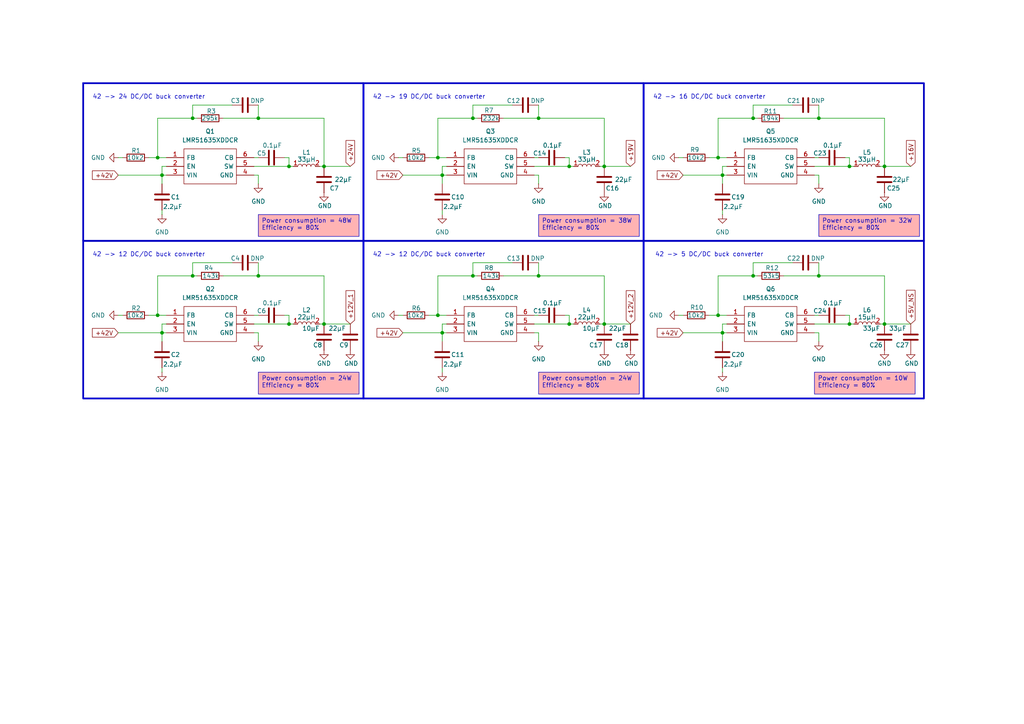
<source format=kicad_sch>
(kicad_sch (version 20231120) (generator "eeschema") (generator_version "8.0")
  (paper "A4")
  (title_block (title "Sheet Title A") (company "${COMPANY}"))
  (lib_symbols
    (symbol "Device:C" (pin_numbers hide) (pin_names (offset 0.254))
      (property "Reference" "C" (at 0.635 2.54 0))
      (property "Value" "C" (at 0.635 -2.54 0))
      (symbol "C_0_1"
        (polyline (pts (xy -2.032 -0.762) (xy 2.032 -0.762)) (stroke (width 0.508)))
        (polyline (pts (xy -2.032 0.762) (xy 2.032 0.762)) (stroke (width 0.508)))
      )
      (symbol "C_1_1"
        (pin passive line (at 0 3.81 270) (length 2.794) (name "~") (number "1"))
        (pin passive line (at 0 -3.81 90) (length 2.794) (name "~") (number "2"))
      )
    )
    (symbol "Device:R" (pin_numbers hide) (pin_names (offset 0))
      (property "Reference" "R" (at 2.032 0 90))
      (property "Value" "R" (at 0 0 90))
      (symbol "R_0_1"
        (rectangle (start -1.016 -2.54) (end 1.016 2.54) (stroke (width 0.254)))
      )
      (symbol "R_1_1"
        (pin passive line (at 0 3.81 270) (length 1.27) (name "~") (number "1"))
        (pin passive line (at 0 -3.81 90) (length 1.27) (name "~") (number "2"))
      )
    )
    (symbol "LMR51635XDDCR:LMR51635XDDCR" (pin_names (offset 0.762))
      (property "Reference" "Q" (at 21.59 7.62 0))
      (property "Value" "LMR51635XDDCR" (at 21.59 5.08 0))
      (symbol "LMR51635XDDCR_0_0"
        (pin passive line (at 0 0 0) (length 5.08) (name "FB") (number "1"))
        (pin passive line (at 0 -2.54 0) (length 5.08) (name "EN") (number "2"))
        (pin passive line (at 0 -5.08 0) (length 5.08) (name "VIN") (number "3"))
        (pin passive line (at 25.4 -5.08 180) (length 5.08) (name "GND") (number "4"))
        (pin passive line (at 25.4 -2.54 180) (length 5.08) (name "SW") (number "5"))
        (pin passive line (at 25.4 0 180) (length 5.08) (name "CB") (number "6"))
      )
      (symbol "LMR51635XDDCR_0_1"
        (polyline (pts (xy 5.08 2.54) (xy 20.32 2.54) (xy 20.32 -7.62) (xy 5.08 -7.62) (xy 5.08 2.54)) (stroke (width 0.1524)))
      )
    )
    (symbol "PA4343_153NLT:PA4343.153NLT" (pin_names hide)
      (property "Reference" "L" (at 0.508 6.096 0))
      (property "Value" "PA4343.153NLT" (at 0.508 3.556 0))
      (symbol "PA4343.153NLT_0_1"
        (arc (start 2.54 0) (mid 1.905 0.6323) (end 1.27 0))
        (arc (start 3.81 0) (mid 3.175 0.6323) (end 2.54 0))
        (arc (start 5.08 0) (mid 4.445 0.6323) (end 3.81 0))
        (arc (start 6.35 0) (mid 5.715 0.6323) (end 5.08 0))
      )
      (symbol "PA4343.153NLT_1_1"
        (pin passive line (at 0 0 0) (length 1.27) (name "1") (number "1"))
        (pin passive line (at 7.62 0 180) (length 1.27) (name "2") (number "2"))
      )
    )
    (symbol "power:GND" (power) (pin_numbers hide) (pin_names (offset 0) hide)
      (property "Value" "GND" (at 0 -3.81 0))
      (symbol "GND_0_1"
        (polyline (pts (xy 0 0) (xy 0 -1.27) (xy 1.27 -1.27) (xy 0 -2.54) (xy -1.27 -1.27) (xy 0 -1.27)))
      )
      (symbol "GND_1_1"
        (pin power_in line (at 0 0 270) (length 0) (name "~") (number "1"))
      )
    )
  )
  (junction (at 83.82 48.26))
  (junction (at 208.28 91.44))
  (junction (at 128.27 96.52))
  (junction (at 74.93 80.01))
  (junction (at 137.16 34.29))
  (junction (at 256.54 93.98))
  (junction (at 156.21 80.01))
  (junction (at 137.16 80.01))
  (junction (at 237.49 34.29))
  (junction (at 246.38 48.26))
  (junction (at 165.1 93.98))
  (junction (at 237.49 80.01))
  (junction (at 218.44 80.01))
  (junction (at 127 91.44))
  (junction (at 246.38 93.98))
  (junction (at 209.55 96.52))
  (junction (at 156.21 34.29))
  (junction (at 218.44 34.29))
  (junction (at 45.72 45.72))
  (junction (at 83.82 93.98))
  (junction (at 175.26 48.26))
  (junction (at 55.88 34.29))
  (junction (at 46.99 96.52))
  (junction (at 128.27 50.8))
  (junction (at 74.93 34.29))
  (junction (at 208.28 45.72))
  (junction (at 209.55 50.8))
  (junction (at 93.98 48.26))
  (junction (at 46.99 50.8))
  (junction (at 127 45.72))
  (junction (at 175.26 93.98))
  (junction (at 55.88 80.01))
  (junction (at 165.1 48.26))
  (junction (at 256.54 48.26))
  (junction (at 93.98 93.98))
  (junction (at 45.72 91.44))
  (wire (pts (xy 93.98 80.01) (xy 93.98 93.98)))
  (wire (pts (xy 218.44 76.2) (xy 218.44 80.01)))
  (wire (pts (xy 256.54 48.26) (xy 264.16 48.26)))
  (wire (pts (xy 196.85 45.72) (xy 198.12 45.72)))
  (wire (pts (xy 83.82 91.44) (xy 83.82 93.98)))
  (wire (pts (xy 45.72 34.29) (xy 45.72 45.72)))
  (wire (pts (xy 208.28 45.72) (xy 210.82 45.72)))
  (wire (pts (xy 67.31 76.2) (xy 55.88 76.2)))
  (wire (pts (xy 128.27 48.26) (xy 129.54 48.26)))
  (wire (pts (xy 93.98 93.98) (xy 92.71 93.98)))
  (wire (pts (xy 82.55 45.72) (xy 83.82 45.72)))
  (wire (pts (xy 137.16 34.29) (xy 127 34.29)))
  (wire (pts (xy 83.82 48.26) (xy 85.09 48.26)))
  (wire (pts (xy 209.55 106.68) (xy 209.55 107.95)))
  (wire (pts (xy 93.98 93.98) (xy 101.6 93.98)))
  (wire (pts (xy 163.83 45.72) (xy 165.1 45.72)))
  (wire (pts (xy 256.54 80.01) (xy 256.54 93.98)))
  (wire (pts (xy 209.55 48.26) (xy 210.82 48.26)))
  (wire (pts (xy 137.16 30.48) (xy 137.16 34.29)))
  (wire (pts (xy 156.21 30.48) (xy 156.21 34.29)))
  (wire (pts (xy 55.88 76.2) (xy 55.88 80.01)))
  (wire (pts (xy 218.44 34.29) (xy 208.28 34.29)))
  (wire (pts (xy 154.94 48.26) (xy 165.1 48.26)))
  (wire (pts (xy 127 45.72) (xy 129.54 45.72)))
  (wire (pts (xy 128.27 50.8) (xy 128.27 53.34)))
  (wire (pts (xy 165.1 45.72) (xy 165.1 48.26)))
  (wire (pts (xy 236.22 91.44) (xy 237.49 91.44)))
  (wire (pts (xy 74.93 30.48) (xy 74.93 34.29)))
  (wire (pts (xy 129.54 50.8) (xy 128.27 50.8)))
  (wire (pts (xy 227.33 80.01) (xy 237.49 80.01)))
  (wire (pts (xy 236.22 48.26) (xy 246.38 48.26)))
  (wire (pts (xy 156.21 99.06) (xy 156.21 96.52)))
  (wire (pts (xy 205.74 91.44) (xy 208.28 91.44)))
  (wire (pts (xy 154.94 91.44) (xy 156.21 91.44)))
  (wire (pts (xy 116.84 96.52) (xy 128.27 96.52)))
  (wire (pts (xy 55.88 30.48) (xy 55.88 34.29)))
  (wire (pts (xy 93.98 48.26) (xy 101.6 48.26)))
  (wire (pts (xy 128.27 96.52) (xy 128.27 93.98)))
  (wire (pts (xy 218.44 30.48) (xy 218.44 34.29)))
  (wire (pts (xy 116.84 50.8) (xy 128.27 50.8)))
  (wire (pts (xy 209.55 93.98) (xy 210.82 93.98)))
  (wire (pts (xy 256.54 48.26) (xy 255.27 48.26)))
  (wire (pts (xy 74.93 34.29) (xy 93.98 34.29)))
  (wire (pts (xy 92.71 48.26) (xy 93.98 48.26)))
  (wire (pts (xy 237.49 30.48) (xy 237.49 34.29)))
  (wire (pts (xy 127 80.01) (xy 127 91.44)))
  (wire (pts (xy 219.71 34.29) (xy 218.44 34.29)))
  (wire (pts (xy 128.27 50.8) (xy 128.27 48.26)))
  (wire (pts (xy 165.1 91.44) (xy 165.1 93.98)))
  (wire (pts (xy 128.27 106.68) (xy 128.27 107.95)))
  (wire (pts (xy 138.43 34.29) (xy 137.16 34.29)))
  (wire (pts (xy 156.21 34.29) (xy 175.26 34.29)))
  (wire (pts (xy 196.85 91.44) (xy 198.12 91.44)))
  (wire (pts (xy 229.87 76.2) (xy 218.44 76.2)))
  (wire (pts (xy 237.49 53.34) (xy 237.49 50.8)))
  (wire (pts (xy 236.22 93.98) (xy 246.38 93.98)))
  (wire (pts (xy 154.94 50.8) (xy 156.21 50.8)))
  (wire (pts (xy 148.59 76.2) (xy 137.16 76.2)))
  (wire (pts (xy 34.29 96.52) (xy 46.99 96.52)))
  (wire (pts (xy 229.87 30.48) (xy 218.44 30.48)))
  (wire (pts (xy 55.88 80.01) (xy 45.72 80.01)))
  (wire (pts (xy 210.82 50.8) (xy 209.55 50.8)))
  (wire (pts (xy 146.05 34.29) (xy 156.21 34.29)))
  (wire (pts (xy 209.55 50.8) (xy 209.55 53.34)))
  (wire (pts (xy 46.99 96.52) (xy 46.99 93.98)))
  (wire (pts (xy 48.26 96.52) (xy 46.99 96.52)))
  (wire (pts (xy 43.18 91.44) (xy 45.72 91.44)))
  (wire (pts (xy 245.11 91.44) (xy 246.38 91.44)))
  (wire (pts (xy 175.26 93.98) (xy 182.88 93.98)))
  (wire (pts (xy 45.72 45.72) (xy 48.26 45.72)))
  (wire (pts (xy 138.43 80.01) (xy 137.16 80.01)))
  (wire (pts (xy 154.94 93.98) (xy 165.1 93.98)))
  (wire (pts (xy 46.99 50.8) (xy 46.99 53.34)))
  (wire (pts (xy 127 91.44) (xy 129.54 91.44)))
  (wire (pts (xy 209.55 50.8) (xy 209.55 48.26)))
  (wire (pts (xy 208.28 34.29) (xy 208.28 45.72)))
  (wire (pts (xy 156.21 76.2) (xy 156.21 80.01)))
  (wire (pts (xy 175.26 48.26) (xy 182.88 48.26)))
  (wire (pts (xy 148.59 30.48) (xy 137.16 30.48)))
  (wire (pts (xy 73.66 93.98) (xy 83.82 93.98)))
  (wire (pts (xy 209.55 96.52) (xy 209.55 93.98)))
  (wire (pts (xy 219.71 80.01) (xy 218.44 80.01)))
  (wire (pts (xy 67.31 30.48) (xy 55.88 30.48)))
  (wire (pts (xy 127 34.29) (xy 127 45.72)))
  (wire (pts (xy 46.99 106.68) (xy 46.99 107.95)))
  (wire (pts (xy 237.49 34.29) (xy 256.54 34.29)))
  (wire (pts (xy 246.38 93.98) (xy 247.65 93.98)))
  (wire (pts (xy 237.49 99.06) (xy 237.49 96.52)))
  (wire (pts (xy 208.28 80.01) (xy 208.28 91.44)))
  (wire (pts (xy 74.93 99.06) (xy 74.93 96.52)))
  (wire (pts (xy 175.26 48.26) (xy 173.99 48.26)))
  (wire (pts (xy 93.98 34.29) (xy 93.98 48.26)))
  (wire (pts (xy 83.82 45.72) (xy 83.82 48.26)))
  (wire (pts (xy 163.83 91.44) (xy 165.1 91.44)))
  (wire (pts (xy 236.22 96.52) (xy 237.49 96.52)))
  (wire (pts (xy 73.66 50.8) (xy 74.93 50.8)))
  (wire (pts (xy 237.49 80.01) (xy 256.54 80.01)))
  (wire (pts (xy 156.21 53.34) (xy 156.21 50.8)))
  (wire (pts (xy 218.44 80.01) (xy 208.28 80.01)))
  (wire (pts (xy 73.66 45.72) (xy 74.93 45.72)))
  (wire (pts (xy 73.66 48.26) (xy 83.82 48.26)))
  (wire (pts (xy 208.28 91.44) (xy 210.82 91.44)))
  (wire (pts (xy 64.77 34.29) (xy 74.93 34.29)))
  (wire (pts (xy 128.27 96.52) (xy 128.27 99.06)))
  (wire (pts (xy 246.38 48.26) (xy 247.65 48.26)))
  (wire (pts (xy 246.38 91.44) (xy 246.38 93.98)))
  (wire (pts (xy 154.94 45.72) (xy 156.21 45.72)))
  (wire (pts (xy 175.26 93.98) (xy 173.99 93.98)))
  (wire (pts (xy 137.16 80.01) (xy 127 80.01)))
  (wire (pts (xy 245.11 45.72) (xy 246.38 45.72)))
  (wire (pts (xy 198.12 96.52) (xy 209.55 96.52)))
  (wire (pts (xy 115.57 45.72) (xy 116.84 45.72)))
  (wire (pts (xy 237.49 76.2) (xy 237.49 80.01)))
  (wire (pts (xy 256.54 93.98) (xy 255.27 93.98)))
  (wire (pts (xy 256.54 93.98) (xy 264.16 93.98)))
  (wire (pts (xy 175.26 34.29) (xy 175.26 48.26)))
  (wire (pts (xy 236.22 45.72) (xy 237.49 45.72)))
  (wire (pts (xy 124.46 91.44) (xy 127 91.44)))
  (wire (pts (xy 82.55 91.44) (xy 83.82 91.44)))
  (wire (pts (xy 43.18 45.72) (xy 45.72 45.72)))
  (wire (pts (xy 128.27 60.96) (xy 128.27 62.23)))
  (wire (pts (xy 55.88 34.29) (xy 45.72 34.29)))
  (wire (pts (xy 175.26 80.01) (xy 175.26 93.98)))
  (wire (pts (xy 46.99 48.26) (xy 48.26 48.26)))
  (wire (pts (xy 34.29 50.8) (xy 46.99 50.8)))
  (wire (pts (xy 128.27 93.98) (xy 129.54 93.98)))
  (wire (pts (xy 57.15 80.01) (xy 55.88 80.01)))
  (wire (pts (xy 115.57 91.44) (xy 116.84 91.44)))
  (wire (pts (xy 154.94 96.52) (xy 156.21 96.52)))
  (wire (pts (xy 64.77 80.01) (xy 74.93 80.01)))
  (wire (pts (xy 198.12 50.8) (xy 209.55 50.8)))
  (wire (pts (xy 34.29 45.72) (xy 35.56 45.72)))
  (wire (pts (xy 45.72 80.01) (xy 45.72 91.44)))
  (wire (pts (xy 246.38 45.72) (xy 246.38 48.26)))
  (wire (pts (xy 48.26 50.8) (xy 46.99 50.8)))
  (wire (pts (xy 256.54 34.29) (xy 256.54 48.26)))
  (wire (pts (xy 46.99 60.96) (xy 46.99 62.23)))
  (wire (pts (xy 124.46 45.72) (xy 127 45.72)))
  (wire (pts (xy 146.05 80.01) (xy 156.21 80.01)))
  (wire (pts (xy 210.82 96.52) (xy 209.55 96.52)))
  (wire (pts (xy 209.55 96.52) (xy 209.55 99.06)))
  (wire (pts (xy 165.1 48.26) (xy 166.37 48.26)))
  (wire (pts (xy 83.82 93.98) (xy 85.09 93.98)))
  (wire (pts (xy 45.72 91.44) (xy 48.26 91.44)))
  (wire (pts (xy 209.55 60.96) (xy 209.55 62.23)))
  (wire (pts (xy 205.74 45.72) (xy 208.28 45.72)))
  (wire (pts (xy 46.99 50.8) (xy 46.99 48.26)))
  (wire (pts (xy 129.54 96.52) (xy 128.27 96.52)))
  (wire (pts (xy 165.1 93.98) (xy 166.37 93.98)))
  (wire (pts (xy 34.29 91.44) (xy 35.56 91.44)))
  (wire (pts (xy 156.21 80.01) (xy 175.26 80.01)))
  (wire (pts (xy 74.93 53.34) (xy 74.93 50.8)))
  (wire (pts (xy 74.93 76.2) (xy 74.93 80.01)))
  (wire (pts (xy 73.66 96.52) (xy 74.93 96.52)))
  (wire (pts (xy 74.93 80.01) (xy 93.98 80.01)))
  (wire (pts (xy 236.22 50.8) (xy 237.49 50.8)))
  (wire (pts (xy 46.99 93.98) (xy 48.26 93.98)))
  (wire (pts (xy 57.15 34.29) (xy 55.88 34.29)))
  (wire (pts (xy 137.16 76.2) (xy 137.16 80.01)))
  (wire (pts (xy 227.33 34.29) (xy 237.49 34.29)))
  (wire (pts (xy 46.99 96.52) (xy 46.99 99.06)))
  (wire (pts (xy 73.66 91.44) (xy 74.93 91.44)))
  (rectangle (start 105.41 24.13) (end 186.69 69.85) (stroke (width 0.508)))
  (rectangle (start 24.13 24.13) (end 105.41 69.85) (stroke (width 0.508)))
  (rectangle (start 105.41 69.85) (end 186.69 115.57) (stroke (width 0.508)))
  (rectangle (start 186.69 24.13) (end 267.97 69.85) (stroke (width 0.508)))
  (rectangle (start 24.13 69.85) (end 105.41 115.57) (stroke (width 0.508)))
  (rectangle (start 186.69 69.85) (end 267.97 115.57) (stroke (width 0.508)))
  (text_box "Power consumption = 32W\nEfficiency = 80%\n" (at 237.49 62.23 0) (size 29.21 6.35) (fill (type color) (color 255 0 0 0.3)) (effects (font (size 1.27 1.27)) (justify left top)))
  (text_box "Power consumption = 24W\nEfficiency = 80%\n" (at 156.21 107.95 0) (size 29.21 6.35) (fill (type color) (color 255 0 0 0.3)) (effects (font (size 1.27 1.27)) (justify left top)))
  (text_box "Power consumption = 24W\nEfficiency = 80%\n" (at 74.93 107.95 0) (size 29.21 6.35) (fill (type color) (color 255 0 0 0.3)) (effects (font (size 1.27 1.27)) (justify left top)))
  (text_box "Power consumption = 48W\nEfficiency = 80%\n" (at 74.93 62.23 0) (size 29.21 6.35) (fill (type color) (color 255 0 0 0.3)) (effects (font (size 1.27 1.27)) (justify left top)))
  (text_box "Power consumption = 10W\nEfficiency = 80%\n" (at 236.22 107.95 0) (size 29.21 6.35) (fill (type color) (color 255 0 0 0.3)) (effects (font (size 1.27 1.27)) (justify left top)))
  (text_box "Power consumption = 38W\nEfficiency = 80%\n" (at 156.21 62.23 0) (size 29.21 6.35) (fill (type color) (color 255 0 0 0.3)) (effects (font (size 1.27 1.27)) (justify left top)))
  (text "42 -> 24 DC/DC buck converter\n" (at 43.18 28.194 0) (effects (font (size 1.27 1.27))))
  (text "42 -> 19 DC/DC buck converter\n" (at 124.46 28.194 0) (effects (font (size 1.27 1.27))))
  (text "42 -> 16 DC/DC buck converter\n" (at 205.74 28.194 0) (effects (font (size 1.27 1.27))))
  (text "42 -> 5 DC/DC buck converter\n" (at 205.74 73.914 0) (effects (font (size 1.27 1.27))))
  (text "42 -> 12 DC/DC buck converter\n" (at 43.18 73.914 0) (effects (font (size 1.27 1.27))))
  (text "42 -> 12 DC/DC buck converter\n" (at 124.46 73.914 0) (effects (font (size 1.27 1.27))))
  (global_label "+42V" (shape input) (at 198.12 96.52 180) (property "Intersheetrefs" "${INTERSHEET_REFS}" (effects (hide yes))))
  (global_label "+19V" (shape input) (at 182.88 48.26 90) (property "Intersheetrefs" "${INTERSHEET_REFS}" (effects (hide yes))))
  (global_label "+42V" (shape input) (at 116.84 96.52 180) (property "Intersheetrefs" "${INTERSHEET_REFS}" (effects (hide yes))))
  (global_label "+42V" (shape input) (at 34.29 50.8 180) (property "Intersheetrefs" "${INTERSHEET_REFS}" (effects (hide yes))))
  (global_label "+42V" (shape input) (at 34.29 96.52 180) (property "Intersheetrefs" "${INTERSHEET_REFS}" (effects (hide yes))))
  (global_label "+42V" (shape input) (at 198.12 50.8 180) (property "Intersheetrefs" "${INTERSHEET_REFS}" (effects (hide yes))))
  (global_label "+5V_NS" (shape input) (at 264.16 93.98 90) (property "Intersheetrefs" "${INTERSHEET_REFS}" (effects (hide yes))))
  (global_label "+12V_1" (shape input) (at 101.6 93.98 90) (property "Intersheetrefs" "${INTERSHEET_REFS}" (effects (hide yes))))
  (global_label "+16V" (shape input) (at 264.16 48.26 90) (property "Intersheetrefs" "${INTERSHEET_REFS}" (effects (hide yes))))
  (global_label "+42V" (shape input) (at 116.84 50.8 180) (property "Intersheetrefs" "${INTERSHEET_REFS}" (effects (hide yes))))
  (global_label "+24V" (shape input) (at 101.6 48.26 90) (property "Intersheetrefs" "${INTERSHEET_REFS}" (effects (hide yes))))
  (global_label "+12V_2" (shape input) (at 182.88 93.98 90) (property "Intersheetrefs" "${INTERSHEET_REFS}" (effects (hide yes))))
  (symbol (lib_id "Device:C") (at 46.99 57.15 0) (unit 1)
    (property "Reference" "C1" (at 49.53 57.15 0) (effects (justify left)))
    (property "Value" "2.2µF" (at 47.244 59.944 0) (effects (justify left)))
    (property "Footprint" "Capacitor_SMD:C_0603_1608Metric_Pad1.08x0.95mm_HandSolder" (effects (hide yes)))
    (property "Description" "Unpolarized capacitor" (effects (hide yes)))
  )
  (symbol (lib_id "Device:C") (at 152.4 76.2 90) (unit 1)
    (property "Reference" "C13" (at 150.876 74.93 90) (effects (justify left)))
    (property "Value" "DNP" (at 157.988 74.93 90) (effects (justify left)))
    (property "Footprint" "Capacitor_SMD:C_0603_1608Metric_Pad1.08x0.95mm_HandSolder" (effects (hide yes)))
    (property "Description" "Unpolarized capacitor" (effects (hide yes)))
  )
  (symbol (lib_id "power:GND") (at 128.27 107.95 0) (unit 1)
    (property "Reference" "#PWR013" (effects (hide yes)))
    (property "Value" "GND" (at 128.27 113.03 0))
    (property "Description" "Power symbol creates a global label with name \"GND\" , ground" (effects (hide yes)))
  )
  (symbol (lib_id "Device:C") (at 241.3 91.44 90) (unit 1)
    (property "Reference" "C24" (at 239.776 90.17 90) (effects (justify left)))
    (property "Value" "0.1µF" (at 244.348 87.884 90) (effects (justify left)))
    (property "Footprint" "Capacitor_SMD:C_0603_1608Metric_Pad1.08x0.95mm_HandSolder" (effects (hide yes)))
    (property "Description" "Unpolarized capacitor" (effects (hide yes)))
  )
  (symbol (lib_id "PA4343_153NLT:PA4343.153NLT") (at 166.37 48.26 0) (unit 1)
    (property "Reference" "L3" (at 170.18 44.196 0))
    (property "Value" "33µH" (at 170.18 46.228 0))
    (property "Footprint" "INDPM140128X650N" (effects (hide yes)))
    (property "Datasheet" "https://datasheet.datasheetarchive.com/originals/distributors/DKDS-10/182394.pdf" (effects (hide yes)))
    (property "Description" "PULSE ELECTRONICS - PA4343.153NLT - INDUCTOR, SHIELDED, AEC-Q200, 15UH, 9A" (effects (hide yes)))
    (property "Height" "6.5" (effects (hide yes)))
    (property "Mouser Part Number" "673-PA4343.153NLT" (effects (hide yes)))
    (property "Mouser Price/Stock" "https://www.mouser.co.uk/ProductDetail/Pulse-Electronics/PA4343153NLT?qs=%2FzQKu7YvIMa1YhPbm59etw%3D%3D" (effects (hide yes)))
    (property "Manufacturer_Name" "Pulse Electronics" (effects (hide yes)))
    (property "Manufacturer_Part_Number" "PA4343.153NLT" (effects (hide yes)))
  )
  (symbol (lib_id "power:GND") (at 209.55 107.95 0) (unit 1)
    (property "Reference" "#PWR022" (effects (hide yes)))
    (property "Value" "GND" (at 209.55 113.03 0))
    (property "Description" "Power symbol creates a global label with name \"GND\" , ground" (effects (hide yes)))
  )
  (symbol (lib_id "power:GND") (at 256.54 55.88 0) (unit 1)
    (property "Reference" "#PWR025" (effects (hide yes)))
    (property "Value" "GND" (at 258.826 59.69 0) (effects (justify right)))
    (property "Description" "Power symbol creates a global label with name \"GND\" , ground" (effects (hide yes)))
  )
  (symbol (lib_id "PA4343_153NLT:PA4343.153NLT") (at 247.65 48.26 0) (unit 1)
    (property "Reference" "L5" (at 251.46 44.196 0))
    (property "Value" "33µH" (at 251.46 46.228 0))
    (property "Footprint" "INDPM140128X650N" (effects (hide yes)))
    (property "Datasheet" "https://datasheet.datasheetarchive.com/originals/distributors/DKDS-10/182394.pdf" (effects (hide yes)))
    (property "Description" "PULSE ELECTRONICS - PA4343.153NLT - INDUCTOR, SHIELDED, AEC-Q200, 15UH, 9A" (effects (hide yes)))
    (property "Height" "6.5" (effects (hide yes)))
    (property "Mouser Part Number" "673-PA4343.153NLT" (effects (hide yes)))
    (property "Mouser Price/Stock" "https://www.mouser.co.uk/ProductDetail/Pulse-Electronics/PA4343153NLT?qs=%2FzQKu7YvIMa1YhPbm59etw%3D%3D" (effects (hide yes)))
    (property "Manufacturer_Name" "Pulse Electronics" (effects (hide yes)))
    (property "Manufacturer_Part_Number" "PA4343.153NLT" (effects (hide yes)))
  )
  (symbol (lib_id "Device:C") (at 78.74 91.44 90) (unit 1)
    (property "Reference" "C6" (at 77.216 90.17 90) (effects (justify left)))
    (property "Value" "0.1µF" (at 81.788 87.884 90) (effects (justify left)))
    (property "Footprint" "Capacitor_SMD:C_0603_1608Metric_Pad1.08x0.95mm_HandSolder" (effects (hide yes)))
    (property "Description" "Unpolarized capacitor" (effects (hide yes)))
  )
  (symbol (lib_id "power:GND") (at 74.93 53.34 0) (unit 1)
    (property "Reference" "#PWR05" (effects (hide yes)))
    (property "Value" "GND" (at 74.93 58.42 0))
    (property "Description" "Power symbol creates a global label with name \"GND\" , ground" (effects (hide yes)))
  )
  (symbol (lib_id "power:GND") (at 256.54 101.6 0) (unit 1)
    (property "Reference" "#PWR026" (effects (hide yes)))
    (property "Value" "GND" (at 258.572 105.41 0) (effects (justify right)))
    (property "Description" "Power symbol creates a global label with name \"GND\" , ground" (effects (hide yes)))
  )
  (symbol (lib_id "Device:C") (at 93.98 52.07 180) (unit 1)
    (property "Reference" "C7" (at 98.298 54.61 0) (effects (justify left)))
    (property "Value" "22µF" (at 102.108 52.07 0) (effects (justify left)))
    (property "Footprint" "Capacitor_SMD:CP_Elec_6.3x5.8" (effects (hide yes)))
    (property "Datasheet" "https://eu.mouser.com/datasheet/2/293/e_ucd-3082355.pdf" (effects (hide yes)))
    (property "Description" "Unpolarized capacitor" (effects (hide yes)))
  )
  (symbol (lib_id "Device:R") (at 201.93 45.72 270) (unit 1)
    (property "Reference" "R9" (at 200.152 43.434 90) (effects (justify left)))
    (property "Value" "10k2" (at 199.39 45.72 90) (effects (justify left)))
    (property "Footprint" "Resistor_SMD:R_0603_1608Metric_Pad0.98x0.95mm_HandSolder" (effects (hide yes)))
    (property "Description" "Resistor" (effects (hide yes)))
  )
  (symbol (lib_id "Device:C") (at 128.27 102.87 0) (unit 1)
    (property "Reference" "C11" (at 130.81 102.87 0) (effects (justify left)))
    (property "Value" "2.2µF" (at 128.524 105.664 0) (effects (justify left)))
    (property "Footprint" "Capacitor_SMD:C_0603_1608Metric_Pad1.08x0.95mm_HandSolder" (effects (hide yes)))
    (property "Description" "Unpolarized capacitor" (effects (hide yes)))
  )
  (symbol (lib_id "PA4343_153NLT:PA4343.153NLT") (at 166.37 93.98 0) (unit 1)
    (property "Reference" "L4" (at 170.18 89.916 0))
    (property "Value" "22µH" (at 170.18 91.948 0))
    (property "Footprint" "INDPM140128X650N" (effects (hide yes)))
    (property "Datasheet" "https://datasheet.datasheetarchive.com/originals/distributors/DKDS-10/182394.pdf" (effects (hide yes)))
    (property "Description" "PULSE ELECTRONICS - PA4343.153NLT - INDUCTOR, SHIELDED, AEC-Q200, 15UH, 9A" (effects (hide yes)))
    (property "Height" "6.5" (effects (hide yes)))
    (property "Mouser Part Number" "673-PA4343.153NLT" (effects (hide yes)))
    (property "Mouser Price/Stock" "https://www.mouser.co.uk/ProductDetail/Pulse-Electronics/PA4343153NLT?qs=%2FzQKu7YvIMa1YhPbm59etw%3D%3D" (effects (hide yes)))
    (property "Manufacturer_Name" "Pulse Electronics" (effects (hide yes)))
    (property "Manufacturer_Part_Number" "PA4343.153NLT" (effects (hide yes)))
  )
  (symbol (lib_id "Device:R") (at 60.96 34.29 270) (unit 1)
    (property "Reference" "R3" (at 59.944 32.258 90) (effects (justify left)))
    (property "Value" "295k" (at 58.42 34.29 90) (effects (justify left)))
    (property "Footprint" "Resistor_SMD:R_0603_1608Metric_Pad0.98x0.95mm_HandSolder" (effects (hide yes)))
    (property "Description" "Resistor" (effects (hide yes)))
  )
  (symbol (lib_id "Device:C") (at 175.26 97.79 180) (unit 1)
    (property "Reference" "C17" (at 174.752 100.076 0) (effects (justify left)))
    (property "Value" "10µF" (at 173.99 95.25 0) (effects (justify left)))
    (property "Footprint" "Capacitor_SMD:CP_Elec_6.3x5.8" (effects (hide yes)))
    (property "Datasheet" "https://eu.mouser.com/datasheet/2/293/e_ucd-3082355.pdf" (effects (hide yes)))
    (property "Description" "Unpolarized capacitor" (effects (hide yes)))
  )
  (symbol (lib_id "Device:R") (at 142.24 80.01 270) (unit 1)
    (property "Reference" "R8" (at 140.462 77.724 90) (effects (justify left)))
    (property "Value" "143k" (at 139.954 80.01 90) (effects (justify left)))
    (property "Footprint" "Resistor_SMD:R_0603_1608Metric_Pad0.98x0.95mm_HandSolder" (effects (hide yes)))
    (property "Description" "Resistor" (effects (hide yes)))
  )
  (symbol (lib_id "power:GND") (at 264.16 101.6 0) (unit 1)
    (property "Reference" "#PWR027" (effects (hide yes)))
    (property "Value" "GND" (at 266.446 105.41 0) (effects (justify right)))
    (property "Description" "Power symbol creates a global label with name \"GND\" , ground" (effects (hide yes)))
  )
  (symbol (lib_id "Device:R") (at 223.52 34.29 270) (unit 1)
    (property "Reference" "R11" (at 221.488 32.258 90) (effects (justify left)))
    (property "Value" "194k" (at 220.98 34.29 90) (effects (justify left)))
    (property "Footprint" "Resistor_SMD:R_0603_1608Metric_Pad0.98x0.95mm_HandSolder" (effects (hide yes)))
    (property "Description" "Resistor" (effects (hide yes)))
  )
  (symbol (lib_id "Device:C") (at 46.99 102.87 0) (unit 1)
    (property "Reference" "C2" (at 49.53 102.87 0) (effects (justify left)))
    (property "Value" "2.2µF" (at 47.244 105.664 0) (effects (justify left)))
    (property "Footprint" "Capacitor_SMD:C_0603_1608Metric_Pad1.08x0.95mm_HandSolder" (effects (hide yes)))
    (property "Description" "Unpolarized capacitor" (effects (hide yes)))
  )
  (symbol (lib_id "power:GND") (at 34.29 91.44 270) (unit 1)
    (property "Reference" "#PWR02" (effects (hide yes)))
    (property "Value" "GND" (at 30.48 91.4399 90) (effects (justify right)))
    (property "Description" "Power symbol creates a global label with name \"GND\" , ground" (effects (hide yes)))
  )
  (symbol (lib_id "Device:R") (at 120.65 45.72 270) (unit 1)
    (property "Reference" "R5" (at 119.38 43.688 90) (effects (justify left)))
    (property "Value" "10k2" (at 118.11 45.72 90) (effects (justify left)))
    (property "Footprint" "Resistor_SMD:R_0603_1608Metric_Pad0.98x0.95mm_HandSolder" (effects (hide yes)))
    (property "Description" "Resistor" (effects (hide yes)))
  )
  (symbol (lib_id "power:GND") (at 93.98 55.88 0) (unit 1)
    (property "Reference" "#PWR07" (effects (hide yes)))
    (property "Value" "GND" (at 96.266 59.69 0) (effects (justify right)))
    (property "Description" "Power symbol creates a global label with name \"GND\" , ground" (effects (hide yes)))
  )
  (symbol (lib_id "Device:R") (at 201.93 91.44 270) (unit 1)
    (property "Reference" "R10" (at 200.152 89.154 90) (effects (justify left)))
    (property "Value" "10k2" (at 199.39 91.44 90) (effects (justify left)))
    (property "Footprint" "Resistor_SMD:R_0603_1608Metric_Pad0.98x0.95mm_HandSolder" (effects (hide yes)))
    (property "Description" "Resistor" (effects (hide yes)))
  )
  (symbol (lib_id "Device:C") (at 160.02 45.72 90) (unit 1)
    (property "Reference" "C14" (at 158.496 44.45 90) (effects (justify left)))
    (property "Value" "0.1µF" (at 163.068 42.164 90) (effects (justify left)))
    (property "Footprint" "Capacitor_SMD:C_0603_1608Metric_Pad1.08x0.95mm_HandSolder" (effects (hide yes)))
    (property "Description" "Unpolarized capacitor" (effects (hide yes)))
  )
  (symbol (lib_id "Device:C") (at 128.27 57.15 0) (unit 1)
    (property "Reference" "C10" (at 130.81 57.15 0) (effects (justify left)))
    (property "Value" "2.2µF" (at 128.524 59.944 0) (effects (justify left)))
    (property "Footprint" "Capacitor_SMD:C_0603_1608Metric_Pad1.08x0.95mm_HandSolder" (effects (hide yes)))
    (property "Description" "Unpolarized capacitor" (effects (hide yes)))
  )
  (symbol (lib_id "Device:C") (at 264.16 97.79 180) (unit 1)
    (property "Reference" "C27" (at 263.652 100.076 0) (effects (justify left)))
    (property "Value" "33µF" (at 262.89 95.25 0) (effects (justify left)))
    (property "Footprint" "Capacitor_SMD:CP_Elec_6.3x5.8" (effects (hide yes)))
    (property "Datasheet" "https://eu.mouser.com/datasheet/2/293/e_ucd-3082355.pdf" (effects (hide yes)))
    (property "Description" "Unpolarized capacitor" (effects (hide yes)))
  )
  (symbol (lib_id "Device:C") (at 93.98 97.79 180) (unit 1)
    (property "Reference" "C8" (at 93.472 100.076 0) (effects (justify left)))
    (property "Value" "10µF" (at 92.71 95.25 0) (effects (justify left)))
    (property "Footprint" "Capacitor_SMD:CP_Elec_6.3x5.8" (effects (hide yes)))
    (property "Datasheet" "https://eu.mouser.com/datasheet/2/293/e_ucd-3082355.pdf" (effects (hide yes)))
    (property "Description" "Unpolarized capacitor" (effects (hide yes)))
  )
  (symbol (lib_id "Device:R") (at 60.96 80.01 270) (unit 1)
    (property "Reference" "R4" (at 59.182 77.724 90) (effects (justify left)))
    (property "Value" "143k" (at 58.674 80.01 90) (effects (justify left)))
    (property "Footprint" "Resistor_SMD:R_0603_1608Metric_Pad0.98x0.95mm_HandSolder" (effects (hide yes)))
    (property "Description" "Resistor" (effects (hide yes)))
  )
  (symbol (lib_id "Device:C") (at 101.6 97.79 180) (unit 1)
    (property "Reference" "C9" (at 101.092 100.076 0) (effects (justify left)))
    (property "Value" "22µF" (at 100.33 95.25 0) (effects (justify left)))
    (property "Footprint" "Capacitor_SMD:CP_Elec_6.3x5.8" (effects (hide yes)))
    (property "Datasheet" "https://eu.mouser.com/datasheet/2/293/e_ucd-3082355.pdf" (effects (hide yes)))
    (property "Description" "Unpolarized capacitor" (effects (hide yes)))
  )
  (symbol (lib_id "power:GND") (at 34.29 45.72 270) (unit 1)
    (property "Reference" "#PWR01" (effects (hide yes)))
    (property "Value" "GND" (at 30.48 45.7199 90) (effects (justify right)))
    (property "Description" "Power symbol creates a global label with name \"GND\" , ground" (effects (hide yes)))
  )
  (symbol (lib_id "power:GND") (at 46.99 62.23 0) (unit 1)
    (property "Reference" "#PWR03" (effects (hide yes)))
    (property "Value" "GND" (at 46.99 67.31 0))
    (property "Description" "Power symbol creates a global label with name \"GND\" , ground" (effects (hide yes)))
  )
  (symbol (lib_id "Device:C") (at 233.68 30.48 90) (unit 1)
    (property "Reference" "C21" (at 232.156 29.21 90) (effects (justify left)))
    (property "Value" "DNP" (at 239.268 29.21 90) (effects (justify left)))
    (property "Footprint" "Capacitor_SMD:C_0603_1608Metric_Pad1.08x0.95mm_HandSolder" (effects (hide yes)))
    (property "Description" "Unpolarized capacitor" (effects (hide yes)))
  )
  (symbol (lib_id "PA4343_153NLT:PA4343.153NLT") (at 247.65 93.98 0) (unit 1)
    (property "Reference" "L6" (at 251.46 89.916 0))
    (property "Value" "15µH" (at 251.46 91.948 0))
    (property "Footprint" "INDPM140128X650N" (effects (hide yes)))
    (property "Datasheet" "https://datasheet.datasheetarchive.com/originals/distributors/DKDS-10/182394.pdf" (effects (hide yes)))
    (property "Description" "PULSE ELECTRONICS - PA4343.153NLT - INDUCTOR, SHIELDED, AEC-Q200, 15UH, 9A" (effects (hide yes)))
    (property "Height" "6.5" (effects (hide yes)))
    (property "Mouser Part Number" "673-PA4343.153NLT" (effects (hide yes)))
    (property "Mouser Price/Stock" "https://www.mouser.co.uk/ProductDetail/Pulse-Electronics/PA4343153NLT?qs=%2FzQKu7YvIMa1YhPbm59etw%3D%3D" (effects (hide yes)))
    (property "Manufacturer_Name" "Pulse Electronics" (effects (hide yes)))
    (property "Manufacturer_Part_Number" "PA4343.153NLT" (effects (hide yes)))
  )
  (symbol (lib_id "Device:C") (at 152.4 30.48 90) (unit 1)
    (property "Reference" "C12" (at 150.876 29.21 90) (effects (justify left)))
    (property "Value" "DNP" (at 157.988 29.21 90) (effects (justify left)))
    (property "Footprint" "Capacitor_SMD:C_0603_1608Metric_Pad1.08x0.95mm_HandSolder" (effects (hide yes)))
    (property "Description" "Unpolarized capacitor" (effects (hide yes)))
  )
  (symbol (lib_id "power:GND") (at 237.49 99.06 0) (unit 1)
    (property "Reference" "#PWR024" (effects (hide yes)))
    (property "Value" "GND" (at 237.49 104.14 0))
    (property "Description" "Power symbol creates a global label with name \"GND\" , ground" (effects (hide yes)))
  )
  (symbol (lib_id "power:GND") (at 196.85 91.44 270) (unit 1)
    (property "Reference" "#PWR020" (effects (hide yes)))
    (property "Value" "GND" (at 192.278 91.44 90) (effects (justify right)))
    (property "Description" "Power symbol creates a global label with name \"GND\" , ground" (effects (hide yes)))
  )
  (symbol (lib_id "Device:C") (at 241.3 45.72 90) (unit 1)
    (property "Reference" "C23" (at 239.776 44.45 90) (effects (justify left)))
    (property "Value" "0.1µF" (at 244.348 42.164 90) (effects (justify left)))
    (property "Footprint" "Capacitor_SMD:C_0603_1608Metric_Pad1.08x0.95mm_HandSolder" (effects (hide yes)))
    (property "Description" "Unpolarized capacitor" (effects (hide yes)))
  )
  (symbol (lib_id "power:GND") (at 101.6 101.6 0) (unit 1)
    (property "Reference" "#PWR09" (effects (hide yes)))
    (property "Value" "GND" (at 103.886 105.41 0) (effects (justify right)))
    (property "Description" "Power symbol creates a global label with name \"GND\" , ground" (effects (hide yes)))
  )
  (symbol (lib_id "Device:C") (at 209.55 102.87 0) (unit 1)
    (property "Reference" "C20" (at 212.09 102.87 0) (effects (justify left)))
    (property "Value" "2.2µF" (at 209.804 105.664 0) (effects (justify left)))
    (property "Footprint" "Capacitor_SMD:C_0603_1608Metric_Pad1.08x0.95mm_HandSolder" (effects (hide yes)))
    (property "Description" "Unpolarized capacitor" (effects (hide yes)))
  )
  (symbol (lib_id "LMR51635XDDCR:LMR51635XDDCR") (at 129.54 91.44 0) (unit 1)
    (property "Reference" "Q4" (at 142.24 83.82 0))
    (property "Value" "LMR51635XDDCR" (at 142.24 86.36 0))
    (property "Footprint" "SOT95P280X110-6N" (effects (hide yes)))
    (property "Datasheet" "https://www.ti.com/lit/gpn/lmr51635" (effects (hide yes)))
    (property "Description" "Functional Safety-Capable  Documentation available to aid functional safety system design  Configured for rugged industrial applications:  4.3V to 60V input voltage range  3.5A continuous output current  Low operating quiescent current of 29uA  70ns minimum switching on time  400kHz switching frequency  Frequency spread spectrum (PFM variant)  40C to 150C junction temperature range  96% maximum duty cycle  Monotonic start-up with prebiased output  Short-circuit protection with" (effects (hide yes)))
    (property "Description_1" " Functional Safety-Capable  Documentation available to aid functional safety system design  Configured for rugged industrial applications:  4.3V to 60V input voltage range  3.5A continuous output current  Low operating quiescent current of 29uA  70ns minimum switching on time  400kHz switching frequency  Frequency spread spectrum (PFM variant)  40C to 150C junction temperature range  96% maximum duty cycle  Monotonic start-up with prebiased output  Short-circuit protection with " (effects (hide yes)))
    (property "Height" "1.1" (effects (hide yes)))
    (property "Manufacturer_Name" "Texas Instruments" (effects (hide yes)))
    (property "Manufacturer_Part_Number" "LMR51635XDDCR" (effects (hide yes)))
  )
  (symbol (lib_id "power:GND") (at 115.57 45.72 270) (unit 1)
    (property "Reference" "#PWR010" (effects (hide yes)))
    (property "Value" "GND" (at 111.76 45.7199 90) (effects (justify right)))
    (property "Description" "Power symbol creates a global label with name \"GND\" , ground" (effects (hide yes)))
  )
  (symbol (lib_id "power:GND") (at 46.99 107.95 0) (unit 1)
    (property "Reference" "#PWR04" (effects (hide yes)))
    (property "Value" "GND" (at 46.99 113.03 0))
    (property "Description" "Power symbol creates a global label with name \"GND\" , ground" (effects (hide yes)))
  )
  (symbol (lib_id "LMR51635XDDCR:LMR51635XDDCR") (at 210.82 45.72 0) (unit 1)
    (property "Reference" "Q5" (at 223.52 38.1 0))
    (property "Value" "LMR51635XDDCR" (at 223.52 40.64 0))
    (property "Footprint" "SOT95P280X110-6N" (effects (hide yes)))
    (property "Datasheet" "https://www.ti.com/lit/gpn/lmr51635" (effects (hide yes)))
    (property "Description" "Functional Safety-Capable  Documentation available to aid functional safety system design  Configured for rugged industrial applications:  4.3V to 60V input voltage range  3.5A continuous output current  Low operating quiescent current of 29uA  70ns minimum switching on time  400kHz switching frequency  Frequency spread spectrum (PFM variant)  40C to 150C junction temperature range  96% maximum duty cycle  Monotonic start-up with prebiased output  Short-circuit protection with" (effects (hide yes)))
    (property "Description_1" " Functional Safety-Capable  Documentation available to aid functional safety system design  Configured for rugged industrial applications:  4.3V to 60V input voltage range  3.5A continuous output current  Low operating quiescent current of 29uA  70ns minimum switching on time  400kHz switching frequency  Frequency spread spectrum (PFM variant)  40C to 150C junction temperature range  96% maximum duty cycle  Monotonic start-up with prebiased output  Short-circuit protection with " (effects (hide yes)))
    (property "Height" "1.1" (effects (hide yes)))
    (property "Manufacturer_Name" "Texas Instruments" (effects (hide yes)))
    (property "Manufacturer_Part_Number" "LMR51635XDDCR" (effects (hide yes)))
  )
  (symbol (lib_id "power:GND") (at 156.21 99.06 0) (unit 1)
    (property "Reference" "#PWR015" (effects (hide yes)))
    (property "Value" "GND" (at 156.21 104.14 0))
    (property "Description" "Power symbol creates a global label with name \"GND\" , ground" (effects (hide yes)))
  )
  (symbol (lib_id "Device:R") (at 39.37 91.44 270) (unit 1)
    (property "Reference" "R2" (at 38.1 89.408 90) (effects (justify left)))
    (property "Value" "10k2" (at 36.83 91.44 90) (effects (justify left)))
    (property "Footprint" "Resistor_SMD:R_0603_1608Metric_Pad0.98x0.95mm_HandSolder" (effects (hide yes)))
    (property "Description" "Resistor" (effects (hide yes)))
  )
  (symbol (lib_id "Device:R") (at 142.24 34.29 270) (unit 1)
    (property "Reference" "R7" (at 140.462 32.004 90) (effects (justify left)))
    (property "Value" "232k" (at 139.954 34.29 90) (effects (justify left)))
    (property "Footprint" "Resistor_SMD:R_0603_1608Metric_Pad0.98x0.95mm_HandSolder" (effects (hide yes)))
    (property "Description" "Resistor" (effects (hide yes)))
  )
  (symbol (lib_id "Device:R") (at 120.65 91.44 270) (unit 1)
    (property "Reference" "R6" (at 119.38 89.408 90) (effects (justify left)))
    (property "Value" "10k2" (at 118.11 91.44 90) (effects (justify left)))
    (property "Footprint" "Resistor_SMD:R_0603_1608Metric_Pad0.98x0.95mm_HandSolder" (effects (hide yes)))
    (property "Description" "Resistor" (effects (hide yes)))
  )
  (symbol (lib_id "PA4343_153NLT:PA4343.153NLT") (at 85.09 48.26 0) (unit 1)
    (property "Reference" "L1" (at 88.9 44.196 0))
    (property "Value" "33µH" (at 88.9 46.228 0))
    (property "Footprint" "INDPM140128X650N" (effects (hide yes)))
    (property "Datasheet" "https://datasheet.datasheetarchive.com/originals/distributors/DKDS-10/182394.pdf" (effects (hide yes)))
    (property "Description" "PULSE ELECTRONICS - PA4343.153NLT - INDUCTOR, SHIELDED, AEC-Q200, 15UH, 9A" (effects (hide yes)))
    (property "Height" "6.5" (effects (hide yes)))
    (property "Mouser Part Number" "673-PA4343.153NLT" (effects (hide yes)))
    (property "Mouser Price/Stock" "https://www.mouser.co.uk/ProductDetail/Pulse-Electronics/PA4343153NLT?qs=%2FzQKu7YvIMa1YhPbm59etw%3D%3D" (effects (hide yes)))
    (property "Manufacturer_Name" "Pulse Electronics" (effects (hide yes)))
    (property "Manufacturer_Part_Number" "PA4343.153NLT" (effects (hide yes)))
  )
  (symbol (lib_id "power:GND") (at 182.88 101.6 0) (unit 1)
    (property "Reference" "#PWR018" (effects (hide yes)))
    (property "Value" "GND" (at 185.166 105.41 0) (effects (justify right)))
    (property "Description" "Power symbol creates a global label with name \"GND\" , ground" (effects (hide yes)))
  )
  (symbol (lib_id "Device:C") (at 71.12 76.2 90) (unit 1)
    (property "Reference" "C4" (at 69.596 74.93 90) (effects (justify left)))
    (property "Value" "DNP" (at 76.708 74.93 90) (effects (justify left)))
    (property "Footprint" "Capacitor_SMD:C_0603_1608Metric_Pad1.08x0.95mm_HandSolder" (effects (hide yes)))
    (property "Description" "Unpolarized capacitor" (effects (hide yes)))
  )
  (symbol (lib_id "Device:R") (at 223.52 80.01 270) (unit 1)
    (property "Reference" "R12" (at 221.996 77.724 90) (effects (justify left)))
    (property "Value" "53k5" (at 221.234 80.01 90) (effects (justify left)))
    (property "Footprint" "Resistor_SMD:R_0603_1608Metric_Pad0.98x0.95mm_HandSolder" (effects (hide yes)))
    (property "Description" "Resistor" (effects (hide yes)))
  )
  (symbol (lib_id "Device:C") (at 78.74 45.72 90) (unit 1)
    (property "Reference" "C5" (at 77.216 44.45 90) (effects (justify left)))
    (property "Value" "0.1µF" (at 81.788 42.164 90) (effects (justify left)))
    (property "Footprint" "Capacitor_SMD:C_0603_1608Metric_Pad1.08x0.95mm_HandSolder" (effects (hide yes)))
    (property "Description" "Unpolarized capacitor" (effects (hide yes)))
  )
  (symbol (lib_id "Device:C") (at 175.26 52.07 180) (unit 1)
    (property "Reference" "C16" (at 179.578 54.61 0) (effects (justify left)))
    (property "Value" "22µF" (at 183.388 52.07 0) (effects (justify left)))
    (property "Footprint" "Capacitor_SMD:CP_Elec_6.3x5.8" (effects (hide yes)))
    (property "Datasheet" "https://eu.mouser.com/datasheet/2/293/e_ucd-3082355.pdf" (effects (hide yes)))
    (property "Description" "Unpolarized capacitor" (effects (hide yes)))
  )
  (symbol (lib_id "Device:C") (at 71.12 30.48 90) (unit 1)
    (property "Reference" "C3" (at 69.596 29.21 90) (effects (justify left)))
    (property "Value" "DNP" (at 76.708 29.21 90) (effects (justify left)))
    (property "Footprint" "Capacitor_SMD:C_0603_1608Metric_Pad1.08x0.95mm_HandSolder" (effects (hide yes)))
    (property "Description" "Unpolarized capacitor" (effects (hide yes)))
  )
  (symbol (lib_id "LMR51635XDDCR:LMR51635XDDCR") (at 129.54 45.72 0) (unit 1)
    (property "Reference" "Q3" (at 142.24 38.1 0))
    (property "Value" "LMR51635XDDCR" (at 142.24 40.64 0))
    (property "Footprint" "SOT95P280X110-6N" (effects (hide yes)))
    (property "Datasheet" "https://www.ti.com/lit/gpn/lmr51635" (effects (hide yes)))
    (property "Description" "Functional Safety-Capable  Documentation available to aid functional safety system design  Configured for rugged industrial applications:  4.3V to 60V input voltage range  3.5A continuous output current  Low operating quiescent current of 29uA  70ns minimum switching on time  400kHz switching frequency  Frequency spread spectrum (PFM variant)  40C to 150C junction temperature range  96% maximum duty cycle  Monotonic start-up with prebiased output  Short-circuit protection with" (effects (hide yes)))
    (property "Description_1" " Functional Safety-Capable  Documentation available to aid functional safety system design  Configured for rugged industrial applications:  4.3V to 60V input voltage range  3.5A continuous output current  Low operating quiescent current of 29uA  70ns minimum switching on time  400kHz switching frequency  Frequency spread spectrum (PFM variant)  40C to 150C junction temperature range  96% maximum duty cycle  Monotonic start-up with prebiased output  Short-circuit protection with " (effects (hide yes)))
    (property "Height" "1.1" (effects (hide yes)))
    (property "Manufacturer_Name" "Texas Instruments" (effects (hide yes)))
    (property "Manufacturer_Part_Number" "LMR51635XDDCR" (effects (hide yes)))
  )
  (symbol (lib_id "power:GND") (at 128.27 62.23 0) (unit 1)
    (property "Reference" "#PWR012" (effects (hide yes)))
    (property "Value" "GND" (at 128.27 67.31 0))
    (property "Description" "Power symbol creates a global label with name \"GND\" , ground" (effects (hide yes)))
  )
  (symbol (lib_id "Device:R") (at 39.37 45.72 270) (unit 1)
    (property "Reference" "R1" (at 38.1 43.688 90) (effects (justify left)))
    (property "Value" "10k2" (at 36.83 45.72 90) (effects (justify left)))
    (property "Footprint" "Resistor_SMD:R_0603_1608Metric_Pad0.98x0.95mm_HandSolder" (effects (hide yes)))
    (property "Description" "Resistor" (effects (hide yes)))
  )
  (symbol (lib_id "LMR51635XDDCR:LMR51635XDDCR") (at 48.26 45.72 0) (unit 1)
    (property "Reference" "Q1" (at 60.96 38.1 0))
    (property "Value" "LMR51635XDDCR" (at 60.96 40.64 0))
    (property "Footprint" "SOT95P280X110-6N" (effects (hide yes)))
    (property "Datasheet" "https://www.ti.com/lit/gpn/lmr51635" (effects (hide yes)))
    (property "Description" "Functional Safety-Capable  Documentation available to aid functional safety system design  Configured for rugged industrial applications:  4.3V to 60V input voltage range  3.5A continuous output current  Low operating quiescent current of 29uA  70ns minimum switching on time  400kHz switching frequency  Frequency spread spectrum (PFM variant)  40C to 150C junction temperature range  96% maximum duty cycle  Monotonic start-up with prebiased output  Short-circuit protection with" (effects (hide yes)))
    (property "Description_1" " Functional Safety-Capable  Documentation available to aid functional safety system design  Configured for rugged industrial applications:  4.3V to 60V input voltage range  3.5A continuous output current  Low operating quiescent current of 29uA  70ns minimum switching on time  400kHz switching frequency  Frequency spread spectrum (PFM variant)  40C to 150C junction temperature range  96% maximum duty cycle  Monotonic start-up with prebiased output  Short-circuit protection with " (effects (hide yes)))
    (property "Height" "1.1" (effects (hide yes)))
    (property "Manufacturer_Name" "Texas Instruments" (effects (hide yes)))
    (property "Manufacturer_Part_Number" "LMR51635XDDCR" (effects (hide yes)))
  )
  (symbol (lib_id "Device:C") (at 256.54 52.07 180) (unit 1)
    (property "Reference" "C25" (at 261.112 54.61 0) (effects (justify left)))
    (property "Value" "22µF" (at 263.906 52.07 0) (effects (justify left)))
    (property "Footprint" "Capacitor_SMD:CP_Elec_6.3x5.8" (effects (hide yes)))
    (property "Datasheet" "https://eu.mouser.com/datasheet/2/293/e_ucd-3082355.pdf" (effects (hide yes)))
    (property "Description" "Unpolarized capacitor" (effects (hide yes)))
  )
  (symbol (lib_id "power:GND") (at 115.57 91.44 270) (unit 1)
    (property "Reference" "#PWR011" (effects (hide yes)))
    (property "Value" "GND" (at 111.76 91.4399 90) (effects (justify right)))
    (property "Description" "Power symbol creates a global label with name \"GND\" , ground" (effects (hide yes)))
  )
  (symbol (lib_id "power:GND") (at 209.55 62.23 0) (unit 1)
    (property "Reference" "#PWR021" (effects (hide yes)))
    (property "Value" "GND" (at 209.55 67.31 0))
    (property "Description" "Power symbol creates a global label with name \"GND\" , ground" (effects (hide yes)))
  )
  (symbol (lib_id "Device:C") (at 233.68 76.2 90) (unit 1)
    (property "Reference" "C22" (at 232.156 74.93 90) (effects (justify left)))
    (property "Value" "DNP" (at 239.268 74.93 90) (effects (justify left)))
    (property "Footprint" "Capacitor_SMD:C_0603_1608Metric_Pad1.08x0.95mm_HandSolder" (effects (hide yes)))
    (property "Description" "Unpolarized capacitor" (effects (hide yes)))
  )
  (symbol (lib_id "power:GND") (at 196.85 45.72 270) (unit 1)
    (property "Reference" "#PWR019" (effects (hide yes)))
    (property "Value" "GND" (at 193.04 45.7199 90) (effects (justify right)))
    (property "Description" "Power symbol creates a global label with name \"GND\" , ground" (effects (hide yes)))
  )
  (symbol (lib_id "power:GND") (at 74.93 99.06 0) (unit 1)
    (property "Reference" "#PWR06" (effects (hide yes)))
    (property "Value" "GND" (at 74.93 104.14 0))
    (property "Description" "Power symbol creates a global label with name \"GND\" , ground" (effects (hide yes)))
  )
  (symbol (lib_id "Device:C") (at 256.54 97.79 180) (unit 1)
    (property "Reference" "C26" (at 256.032 100.076 0) (effects (justify left)))
    (property "Value" "33µF" (at 255.27 95.25 0) (effects (justify left)))
    (property "Footprint" "Capacitor_SMD:CP_Elec_6.3x5.8" (effects (hide yes)))
    (property "Datasheet" "https://eu.mouser.com/datasheet/2/293/e_ucd-3082355.pdf" (effects (hide yes)))
    (property "Description" "Unpolarized capacitor" (effects (hide yes)))
  )
  (symbol (lib_id "power:GND") (at 156.21 53.34 0) (unit 1)
    (property "Reference" "#PWR014" (effects (hide yes)))
    (property "Value" "GND" (at 156.21 58.42 0))
    (property "Description" "Power symbol creates a global label with name \"GND\" , ground" (effects (hide yes)))
  )
  (symbol (lib_id "power:GND") (at 175.26 55.88 0) (unit 1)
    (property "Reference" "#PWR016" (effects (hide yes)))
    (property "Value" "GND" (at 177.546 59.69 0) (effects (justify right)))
    (property "Description" "Power symbol creates a global label with name \"GND\" , ground" (effects (hide yes)))
  )
  (symbol (lib_id "power:GND") (at 175.26 101.6 0) (unit 1)
    (property "Reference" "#PWR017" (effects (hide yes)))
    (property "Value" "GND" (at 177.292 105.41 0) (effects (justify right)))
    (property "Description" "Power symbol creates a global label with name \"GND\" , ground" (effects (hide yes)))
  )
  (symbol (lib_id "power:GND") (at 237.49 53.34 0) (unit 1)
    (property "Reference" "#PWR023" (effects (hide yes)))
    (property "Value" "GND" (at 237.49 58.42 0))
    (property "Description" "Power symbol creates a global label with name \"GND\" , ground" (effects (hide yes)))
  )
  (symbol (lib_id "Device:C") (at 160.02 91.44 90) (unit 1)
    (property "Reference" "C15" (at 158.496 90.17 90) (effects (justify left)))
    (property "Value" "0.1µF" (at 163.068 87.884 90) (effects (justify left)))
    (property "Footprint" "Capacitor_SMD:C_0603_1608Metric_Pad1.08x0.95mm_HandSolder" (effects (hide yes)))
    (property "Description" "Unpolarized capacitor" (effects (hide yes)))
  )
  (symbol (lib_id "Device:C") (at 209.55 57.15 0) (unit 1)
    (property "Reference" "C19" (at 212.09 57.15 0) (effects (justify left)))
    (property "Value" "2.2µF" (at 209.804 59.944 0) (effects (justify left)))
    (property "Footprint" "Capacitor_SMD:C_0603_1608Metric_Pad1.08x0.95mm_HandSolder" (effects (hide yes)))
    (property "Description" "Unpolarized capacitor" (effects (hide yes)))
  )
  (symbol (lib_id "LMR51635XDDCR:LMR51635XDDCR") (at 48.26 91.44 0) (unit 1)
    (property "Reference" "Q2" (at 60.96 83.82 0))
    (property "Value" "LMR51635XDDCR" (at 60.96 86.36 0))
    (property "Footprint" "SOT95P280X110-6N" (effects (hide yes)))
    (property "Datasheet" "https://www.ti.com/lit/gpn/lmr51635" (effects (hide yes)))
    (property "Description" "Functional Safety-Capable  Documentation available to aid functional safety system design  Configured for rugged industrial applications:  4.3V to 60V input voltage range  3.5A continuous output current  Low operating quiescent current of 29uA  70ns minimum switching on time  400kHz switching frequency  Frequency spread spectrum (PFM variant)  40C to 150C junction temperature range  96% maximum duty cycle  Monotonic start-up with prebiased output  Short-circuit protection with" (effects (hide yes)))
    (property "Description_1" " Functional Safety-Capable  Documentation available to aid functional safety system design  Configured for rugged industrial applications:  4.3V to 60V input voltage range  3.5A continuous output current  Low operating quiescent current of 29uA  70ns minimum switching on time  400kHz switching frequency  Frequency spread spectrum (PFM variant)  40C to 150C junction temperature range  96% maximum duty cycle  Monotonic start-up with prebiased output  Short-circuit protection with " (effects (hide yes)))
    (property "Height" "1.1" (effects (hide yes)))
    (property "Manufacturer_Name" "Texas Instruments" (effects (hide yes)))
    (property "Manufacturer_Part_Number" "LMR51635XDDCR" (effects (hide yes)))
  )
  (symbol (lib_id "Device:C") (at 182.88 97.79 180) (unit 1)
    (property "Reference" "C18" (at 182.372 100.076 0) (effects (justify left)))
    (property "Value" "22µF" (at 181.61 95.25 0) (effects (justify left)))
    (property "Footprint" "Capacitor_SMD:CP_Elec_6.3x5.8" (effects (hide yes)))
    (property "Datasheet" "https://eu.mouser.com/datasheet/2/293/e_ucd-3082355.pdf" (effects (hide yes)))
    (property "Description" "Unpolarized capacitor" (effects (hide yes)))
  )
  (symbol (lib_id "LMR51635XDDCR:LMR51635XDDCR") (at 210.82 91.44 0) (unit 1)
    (property "Reference" "Q6" (at 223.52 83.82 0))
    (property "Value" "LMR51635XDDCR" (at 223.52 86.36 0))
    (property "Footprint" "SOT95P280X110-6N" (effects (hide yes)))
    (property "Datasheet" "https://www.ti.com/lit/gpn/lmr51635" (effects (hide yes)))
    (property "Description" "Functional Safety-Capable  Documentation available to aid functional safety system design  Configured for rugged industrial applications:  4.3V to 60V input voltage range  3.5A continuous output current  Low operating quiescent current of 29uA  70ns minimum switching on time  400kHz switching frequency  Frequency spread spectrum (PFM variant)  40C to 150C junction temperature range  96% maximum duty cycle  Monotonic start-up with prebiased output  Short-circuit protection with" (effects (hide yes)))
    (property "Description_1" " Functional Safety-Capable  Documentation available to aid functional safety system design  Configured for rugged industrial applications:  4.3V to 60V input voltage range  3.5A continuous output current  Low operating quiescent current of 29uA  70ns minimum switching on time  400kHz switching frequency  Frequency spread spectrum (PFM variant)  40C to 150C junction temperature range  96% maximum duty cycle  Monotonic start-up with prebiased output  Short-circuit protection with " (effects (hide yes)))
    (property "Height" "1.1" (effects (hide yes)))
    (property "Manufacturer_Name" "Texas Instruments" (effects (hide yes)))
    (property "Manufacturer_Part_Number" "LMR51635XDDCR" (effects (hide yes)))
  )
  (symbol (lib_id "power:GND") (at 93.98 101.6 0) (unit 1)
    (property "Reference" "#PWR08" (effects (hide yes)))
    (property "Value" "GND" (at 96.012 105.41 0) (effects (justify right)))
    (property "Description" "Power symbol creates a global label with name \"GND\" , ground" (effects (hide yes)))
  )
  (symbol (lib_id "PA4343_153NLT:PA4343.153NLT") (at 85.09 93.98 0) (unit 1)
    (property "Reference" "L2" (at 88.9 89.916 0))
    (property "Value" "22µH" (at 88.9 91.948 0))
    (property "Footprint" "INDPM140128X650N" (effects (hide yes)))
    (property "Datasheet" "https://datasheet.datasheetarchive.com/originals/distributors/DKDS-10/182394.pdf" (effects (hide yes)))
    (property "Description" "PULSE ELECTRONICS - PA4343.153NLT - INDUCTOR, SHIELDED, AEC-Q200, 15UH, 9A" (effects (hide yes)))
    (property "Height" "6.5" (effects (hide yes)))
    (property "Mouser Part Number" "673-PA4343.153NLT" (effects (hide yes)))
    (property "Mouser Price/Stock" "https://www.mouser.co.uk/ProductDetail/Pulse-Electronics/PA4343153NLT?qs=%2FzQKu7YvIMa1YhPbm59etw%3D%3D" (effects (hide yes)))
    (property "Manufacturer_Name" "Pulse Electronics" (effects (hide yes)))
    (property "Manufacturer_Part_Number" "PA4343.153NLT" (effects (hide yes)))
  )
)
</source>
